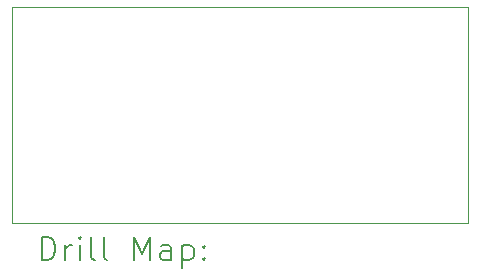
<source format=gbr>
%TF.GenerationSoftware,KiCad,Pcbnew,6.0.11*%
%TF.CreationDate,2025-02-19T14:47:44+01:00*%
%TF.ProjectId,JetiMiniVarioPCB,4a657469-4d69-46e6-9956-6172696f5043,rev?*%
%TF.SameCoordinates,Original*%
%TF.FileFunction,Drillmap*%
%TF.FilePolarity,Positive*%
%FSLAX45Y45*%
G04 Gerber Fmt 4.5, Leading zero omitted, Abs format (unit mm)*
G04 Created by KiCad (PCBNEW 6.0.11) date 2025-02-19 14:47:44*
%MOMM*%
%LPD*%
G01*
G04 APERTURE LIST*
%ADD10C,0.100000*%
%ADD11C,0.200000*%
G04 APERTURE END LIST*
D10*
X7975600Y-8534400D02*
X11836400Y-8534400D01*
X11836400Y-6705600D02*
X11836400Y-8534400D01*
X7975600Y-6705600D02*
X11836400Y-6705600D01*
X7975600Y-8534400D02*
X7975600Y-6705600D01*
D11*
X8228219Y-8849876D02*
X8228219Y-8649876D01*
X8275838Y-8649876D01*
X8304409Y-8659400D01*
X8323457Y-8678448D01*
X8332981Y-8697495D01*
X8342505Y-8735590D01*
X8342505Y-8764162D01*
X8332981Y-8802257D01*
X8323457Y-8821305D01*
X8304409Y-8840352D01*
X8275838Y-8849876D01*
X8228219Y-8849876D01*
X8428219Y-8849876D02*
X8428219Y-8716543D01*
X8428219Y-8754638D02*
X8437743Y-8735590D01*
X8447267Y-8726067D01*
X8466314Y-8716543D01*
X8485362Y-8716543D01*
X8552029Y-8849876D02*
X8552029Y-8716543D01*
X8552029Y-8649876D02*
X8542505Y-8659400D01*
X8552029Y-8668924D01*
X8561552Y-8659400D01*
X8552029Y-8649876D01*
X8552029Y-8668924D01*
X8675838Y-8849876D02*
X8656790Y-8840352D01*
X8647267Y-8821305D01*
X8647267Y-8649876D01*
X8780600Y-8849876D02*
X8761552Y-8840352D01*
X8752029Y-8821305D01*
X8752029Y-8649876D01*
X9009171Y-8849876D02*
X9009171Y-8649876D01*
X9075838Y-8792733D01*
X9142505Y-8649876D01*
X9142505Y-8849876D01*
X9323457Y-8849876D02*
X9323457Y-8745114D01*
X9313933Y-8726067D01*
X9294886Y-8716543D01*
X9256790Y-8716543D01*
X9237743Y-8726067D01*
X9323457Y-8840352D02*
X9304410Y-8849876D01*
X9256790Y-8849876D01*
X9237743Y-8840352D01*
X9228219Y-8821305D01*
X9228219Y-8802257D01*
X9237743Y-8783210D01*
X9256790Y-8773686D01*
X9304410Y-8773686D01*
X9323457Y-8764162D01*
X9418695Y-8716543D02*
X9418695Y-8916543D01*
X9418695Y-8726067D02*
X9437743Y-8716543D01*
X9475838Y-8716543D01*
X9494886Y-8726067D01*
X9504410Y-8735590D01*
X9513933Y-8754638D01*
X9513933Y-8811781D01*
X9504410Y-8830829D01*
X9494886Y-8840352D01*
X9475838Y-8849876D01*
X9437743Y-8849876D01*
X9418695Y-8840352D01*
X9599648Y-8830829D02*
X9609171Y-8840352D01*
X9599648Y-8849876D01*
X9590124Y-8840352D01*
X9599648Y-8830829D01*
X9599648Y-8849876D01*
X9599648Y-8726067D02*
X9609171Y-8735590D01*
X9599648Y-8745114D01*
X9590124Y-8735590D01*
X9599648Y-8726067D01*
X9599648Y-8745114D01*
M02*

</source>
